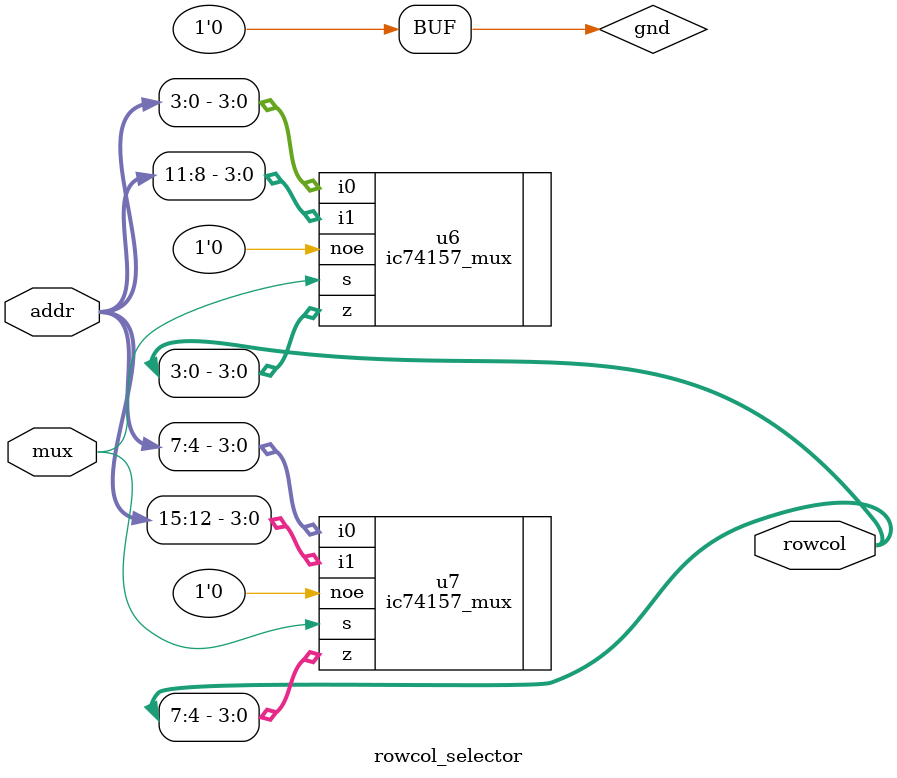
<source format=v>
`include "74xx/74157.v"

`timescale 1ns/1ps

module rowcol_selector(input wire mux, input wire [15:0]addr, output wire [7:0] rowcol);
    supply0 gnd;    
    ic74157_mux u6(.noe(gnd), .s(mux), .i0(addr[3:0]), .i1(addr[11:8]), .z(rowcol[3:0]));
    ic74157_mux u7(.noe(gnd), .s(mux), .i0(addr[7:4]), .i1(addr[15:12]), .z(rowcol[7:4]));
endmodule

</source>
